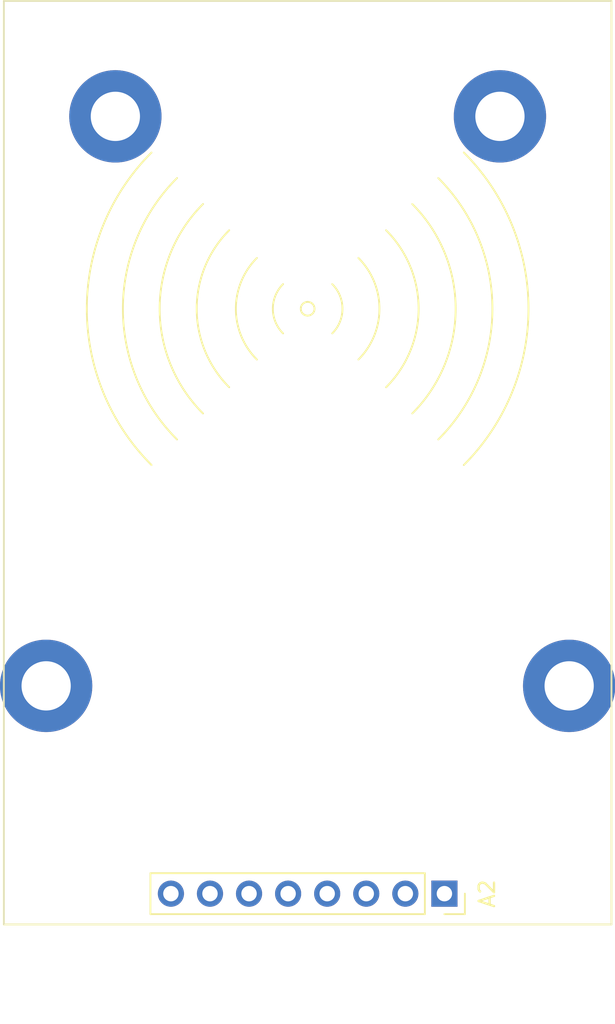
<source format=kicad_pcb>
(kicad_pcb (version 20171130) (host pcbnew 5.1.10)

  (general
    (thickness 1.6)
    (drawings 4)
    (tracks 0)
    (zones 0)
    (modules 1)
    (nets 1)
  )

  (page A4)
  (layers
    (0 F.Cu signal)
    (31 B.Cu signal)
    (32 B.Adhes user)
    (33 F.Adhes user)
    (34 B.Paste user)
    (35 F.Paste user)
    (36 B.SilkS user)
    (37 F.SilkS user)
    (38 B.Mask user)
    (39 F.Mask user)
    (40 Dwgs.User user)
    (41 Cmts.User user)
    (42 Eco1.User user)
    (43 Eco2.User user)
    (44 Edge.Cuts user)
    (45 Margin user)
    (46 B.CrtYd user)
    (47 F.CrtYd user)
    (48 B.Fab user)
    (49 F.Fab user)
  )

  (setup
    (last_trace_width 0.25)
    (trace_clearance 0.2)
    (zone_clearance 0.508)
    (zone_45_only no)
    (trace_min 0.2)
    (via_size 0.8)
    (via_drill 0.4)
    (via_min_size 0.4)
    (via_min_drill 0.3)
    (uvia_size 0.3)
    (uvia_drill 0.1)
    (uvias_allowed no)
    (uvia_min_size 0.2)
    (uvia_min_drill 0.1)
    (edge_width 0.05)
    (segment_width 0.2)
    (pcb_text_width 0.3)
    (pcb_text_size 1.5 1.5)
    (mod_edge_width 0.12)
    (mod_text_size 1 1)
    (mod_text_width 0.15)
    (pad_size 1.524 1.524)
    (pad_drill 0.762)
    (pad_to_mask_clearance 0)
    (aux_axis_origin 0 0)
    (grid_origin 115.9 116.45)
    (visible_elements FFFFFF7F)
    (pcbplotparams
      (layerselection 0x010fc_ffffffff)
      (usegerberextensions false)
      (usegerberattributes true)
      (usegerberadvancedattributes true)
      (creategerberjobfile true)
      (excludeedgelayer true)
      (linewidth 0.100000)
      (plotframeref false)
      (viasonmask false)
      (mode 1)
      (useauxorigin false)
      (hpglpennumber 1)
      (hpglpenspeed 20)
      (hpglpendiameter 15.000000)
      (psnegative false)
      (psa4output false)
      (plotreference true)
      (plotvalue true)
      (plotinvisibletext false)
      (padsonsilk false)
      (subtractmaskfromsilk false)
      (outputformat 1)
      (mirror false)
      (drillshape 1)
      (scaleselection 1)
      (outputdirectory ""))
  )

  (net 0 "")

  (net_class Default "This is the default net class."
    (clearance 0.2)
    (trace_width 0.25)
    (via_dia 0.8)
    (via_drill 0.4)
    (uvia_dia 0.3)
    (uvia_drill 0.1)
  )

  (module twyleg-board-connectors:RFID-RC522-UPSIDE-DOWN locked (layer F.Cu) (tedit 6109A77D) (tstamp 6109FF8D)
    (at 135.65 114.45)
    (descr "Through hole straight socket strip, 1x08, 2.54mm pitch, single row (from Kicad 4.0.7), script generated")
    (tags "Through hole socket strip THT 1x08 2.54mm single row")
    (fp_text reference A2 (at 11.66 0 270) (layer F.SilkS)
      (effects (font (size 1 1) (thickness 0.15)))
    )
    (fp_text value RFID-RC522-UPSIDE-DOWN (at 0 5.08 180) (layer F.Fab)
      (effects (font (size 1 1) (thickness 0.15)))
    )
    (fp_arc (start 0 -38) (end 1.6 -36.4) (angle -90) (layer F.SilkS) (width 0.12))
    (fp_arc (start 0 -38) (end 5.099999 -32.900001) (angle -90) (layer F.SilkS) (width 0.12))
    (fp_arc (start 0 -38) (end 10.151108 -27.848892) (angle -90) (layer F.SilkS) (width 0.12))
    (fp_arc (start 0 -38) (end 8.492643 -29.507357) (angle -90) (layer F.SilkS) (width 0.12))
    (fp_arc (start 0 -38) (end 6.802939 -31.197061) (angle -90) (layer F.SilkS) (width 0.12))
    (fp_arc (start 0 -38) (end 3.299999 -34.700001) (angle -90) (layer F.SilkS) (width 0.12))
    (fp_arc (start 0 -38) (end -10.151108 -48.151108) (angle -90) (layer F.SilkS) (width 0.12))
    (fp_arc (start 0 -38) (end -8.492643 -46.492643) (angle -90) (layer F.SilkS) (width 0.12))
    (fp_arc (start 0 -38) (end -6.802939 -44.802939) (angle -90) (layer F.SilkS) (width 0.12))
    (fp_arc (start 0 -38) (end -5.099999 -43.099999) (angle -90) (layer F.SilkS) (width 0.12))
    (fp_arc (start 0 -38) (end -3.299999 -41.299999) (angle -90) (layer F.SilkS) (width 0.12))
    (fp_arc (start 0 -38) (end -1.6 -39.6) (angle -90) (layer F.SilkS) (width 0.12))
    (fp_text user %R (at 0 7.62) (layer F.Fab)
      (effects (font (size 1 1) (thickness 0.15)))
    )
    (fp_line (start -19.75 2) (end -19.75 -58) (layer F.SilkS) (width 0.12))
    (fp_line (start -19.75 -58) (end 19.75 -58) (layer F.SilkS) (width 0.12))
    (fp_line (start 19.75 2) (end 19.75 -58) (layer F.SilkS) (width 0.12))
    (fp_line (start -19.75 2) (end 19.75 2) (layer F.SilkS) (width 0.12))
    (fp_line (start 10.16 -1.27) (end 10.16 0.635) (layer F.Fab) (width 0.1))
    (fp_line (start 10.16 0.635) (end 9.525 1.27) (layer F.Fab) (width 0.1))
    (fp_line (start 9.525 1.27) (end -10.16 1.27) (layer F.Fab) (width 0.1))
    (fp_line (start -10.16 1.27) (end -10.16 -1.27) (layer F.Fab) (width 0.1))
    (fp_line (start -10.16 -1.27) (end 10.16 -1.27) (layer F.Fab) (width 0.1))
    (fp_line (start 7.62 -1.33) (end 7.62 1.33) (layer F.SilkS) (width 0.12))
    (fp_line (start 7.62 -1.33) (end -10.22 -1.33) (layer F.SilkS) (width 0.12))
    (fp_line (start -10.22 -1.33) (end -10.22 1.33) (layer F.SilkS) (width 0.12))
    (fp_line (start 7.62 1.33) (end -10.22 1.33) (layer F.SilkS) (width 0.12))
    (fp_line (start 10.22 1.33) (end 8.89 1.33) (layer F.SilkS) (width 0.12))
    (fp_line (start 10.22 0) (end 10.22 1.33) (layer F.SilkS) (width 0.12))
    (fp_line (start 10.69 -1.8) (end 10.69 1.75) (layer F.CrtYd) (width 0.05))
    (fp_line (start 10.69 1.75) (end -10.66 1.75) (layer F.CrtYd) (width 0.05))
    (fp_line (start -10.66 1.75) (end -10.66 -1.8) (layer F.CrtYd) (width 0.05))
    (fp_line (start -10.66 -1.8) (end 10.69 -1.8) (layer F.CrtYd) (width 0.05))
    (fp_circle (center 0 -38) (end 0.447214 -38) (layer F.SilkS) (width 0.12))
    (pad 1 thru_hole rect (at 8.89 0 270) (size 1.7 1.7) (drill 1) (layers *.Cu *.Mask))
    (pad 2 thru_hole oval (at 6.35 0 270) (size 1.7 1.7) (drill 1) (layers *.Cu *.Mask))
    (pad 3 thru_hole oval (at 3.81 0 270) (size 1.7 1.7) (drill 1) (layers *.Cu *.Mask))
    (pad 4 thru_hole oval (at 1.27 0 270) (size 1.7 1.7) (drill 1) (layers *.Cu *.Mask))
    (pad 5 thru_hole oval (at -1.27 0 270) (size 1.7 1.7) (drill 1) (layers *.Cu *.Mask))
    (pad 6 thru_hole oval (at -3.81 0 270) (size 1.7 1.7) (drill 1) (layers *.Cu *.Mask))
    (pad 7 thru_hole oval (at -6.35 0 270) (size 1.7 1.7) (drill 1) (layers *.Cu *.Mask))
    (pad 8 thru_hole oval (at -8.89 0 270) (size 1.7 1.7) (drill 1) (layers *.Cu *.Mask))
    (pad "" thru_hole circle (at 17 -13.5) (size 6 6) (drill 3.2) (layers *.Cu *.Mask))
    (pad "" thru_hole circle (at -17 -13.5) (size 6 6) (drill 3.2) (layers *.Cu *.Mask))
    (pad "" thru_hole circle (at -12.5 -50.5) (size 6 6) (drill 3.2) (layers *.Cu *.Mask))
    (pad "" thru_hole circle (at 12.5 -50.5) (size 6 6) (drill 3.2) (layers *.Cu *.Mask))
    (model ${KISYS3DMOD}/Connector_PinHeader_2.54mm.3dshapes/PinHeader_1x08_P2.54mm_Vertical.wrl
      (offset (xyz 8.949999999999999 0 0))
      (scale (xyz 1 1 1))
      (rotate (xyz 0 0 90))
    )
  )

  (gr_line (start 115.9 56.45) (end 115.9 116.45) (layer Edge.Cuts) (width 0.05) (tstamp 610A0928))
  (gr_line (start 155.4 56.45) (end 115.9 56.45) (layer Edge.Cuts) (width 0.05))
  (gr_line (start 155.4 116.45) (end 155.4 56.45) (layer Edge.Cuts) (width 0.05))
  (gr_line (start 115.9 116.45) (end 155.4 116.45) (layer Edge.Cuts) (width 0.05))

)

</source>
